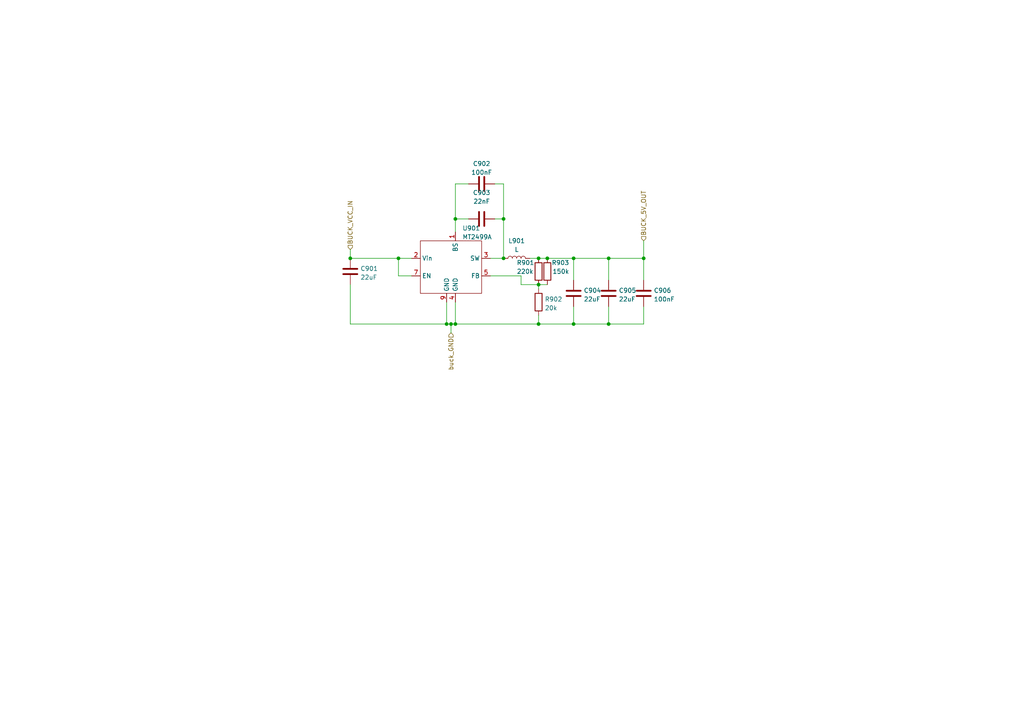
<source format=kicad_sch>
(kicad_sch (version 20230121) (generator eeschema)
  (paper "A4")
  (lib_symbols
    (symbol "Device:C" (pin_numbers hide) (pin_names (offset 0.254))
      (property "Reference" "C" (at 0.635 2.54 0))
      (property "Value" "C" (at 0.635 -2.54 0))
      (symbol "C_0_1"
        (polyline (pts (xy -2.032 -0.762) (xy 2.032 -0.762)) (stroke (width 0.508)))
        (polyline (pts (xy -2.032 0.762) (xy 2.032 0.762)) (stroke (width 0.508)))
      )
      (symbol "C_1_1"
        (pin passive line (at 0 3.81 270) (length 2.794) (name "~") (number "1"))
        (pin passive line (at 0 -3.81 90) (length 2.794) (name "~") (number "2"))
      )
    )
    (symbol "Device:L" (pin_numbers hide) (pin_names (offset 1.016) hide)
      (property "Reference" "L" (at -1.27 0 90))
      (property "Value" "L" (at 1.905 0 90))
      (symbol "L_0_1"
        (arc (start 0 -2.54) (mid 0.6323 -1.905) (end 0 -1.27))
        (arc (start 0 -1.27) (mid 0.6323 -0.635) (end 0 0))
        (arc (start 0 0) (mid 0.6323 0.635) (end 0 1.27))
        (arc (start 0 1.27) (mid 0.6323 1.905) (end 0 2.54))
      )
      (symbol "L_1_1"
        (pin passive line (at 0 3.81 270) (length 1.27) (name "1") (number "1"))
        (pin passive line (at 0 -3.81 90) (length 1.27) (name "2") (number "2"))
      )
    )
    (symbol "Device:R" (pin_numbers hide) (pin_names (offset 0))
      (property "Reference" "R" (at 2.032 0 90))
      (property "Value" "R" (at 0 0 90))
      (symbol "R_0_1"
        (rectangle (start -1.016 -2.54) (end 1.016 2.54) (stroke (width 0.254)))
      )
      (symbol "R_1_1"
        (pin passive line (at 0 3.81 270) (length 1.27) (name "~") (number "1"))
        (pin passive line (at 0 -3.81 90) (length 1.27) (name "~") (number "2"))
      )
    )
    (symbol "custom_kicad_lib_sk:MT499A"
      (property "Reference" "U1" (at 2.0194 9.999 0))
      (property "Value" "MT499A" (at 2.0194 7.4621 0))
      (symbol "MT499A_0_1"
        (rectangle (start -10.16 6.35) (end 7.62 -8.89) (stroke (width 0.1524)))
      )
      (symbol "MT499A_1_1"
        (pin input line (at 0 8.89 270) (length 2.54) (name "BS") (number "1"))
        (pin power_in line (at -12.7 1.27 0) (length 2.54) (name "Vin") (number "2"))
        (pin input line (at 10.16 1.27 180) (length 2.54) (name "SW") (number "3"))
        (pin power_in line (at 0 -11.43 90) (length 2.54) (name "GND") (number "4"))
        (pin input line (at 10.16 -3.81 180) (length 2.54) (name "FB") (number "5"))
        (pin no_connect line (at 8.89 -11.43 180) (length 2.54) hide (name "NC") (number "6"))
        (pin input line (at -12.7 -3.81 0) (length 2.54) (name "EN") (number "7"))
        (pin no_connect line (at 8.89 -13.97 180) (length 2.54) hide (name "NC") (number "8"))
        (pin input line (at -2.54 -11.43 90) (length 2.54) (name "GND") (number "9"))
      )
    )
  )
  (junction (at 101.6 74.93))
  (junction (at 176.53 93.98))
  (junction (at 176.53 74.93))
  (junction (at 166.37 74.93))
  (junction (at 115.57 74.93))
  (junction (at 158.75 74.93))
  (junction (at 156.21 82.55))
  (junction (at 156.21 74.93))
  (junction (at 129.54 93.98))
  (junction (at 156.21 93.98))
  (junction (at 130.81 93.98))
  (junction (at 146.05 74.93))
  (junction (at 146.05 63.5))
  (junction (at 166.37 93.98))
  (junction (at 132.08 63.5))
  (junction (at 186.69 74.93))
  (junction (at 132.08 93.98))
  (wire (pts (xy 115.57 74.93) (xy 119.38 74.93)))
  (wire (pts (xy 186.69 69.85) (xy 186.69 74.93)))
  (wire (pts (xy 156.21 93.98) (xy 156.21 91.44)))
  (wire (pts (xy 166.37 93.98) (xy 156.21 93.98)))
  (wire (pts (xy 158.75 74.93) (xy 166.37 74.93)))
  (wire (pts (xy 129.54 87.63) (xy 129.54 93.98)))
  (wire (pts (xy 129.54 93.98) (xy 101.6 93.98)))
  (wire (pts (xy 156.21 82.55) (xy 156.21 83.82)))
  (wire (pts (xy 130.81 93.98) (xy 132.08 93.98)))
  (wire (pts (xy 156.21 74.93) (xy 158.75 74.93)))
  (wire (pts (xy 101.6 74.93) (xy 115.57 74.93)))
  (wire (pts (xy 176.53 88.9) (xy 176.53 93.98)))
  (wire (pts (xy 166.37 74.93) (xy 176.53 74.93)))
  (wire (pts (xy 176.53 93.98) (xy 166.37 93.98)))
  (wire (pts (xy 176.53 74.93) (xy 186.69 74.93)))
  (wire (pts (xy 156.21 93.98) (xy 132.08 93.98)))
  (wire (pts (xy 151.13 80.01) (xy 151.13 82.55)))
  (wire (pts (xy 135.89 53.34) (xy 132.08 53.34)))
  (wire (pts (xy 142.24 74.93) (xy 146.05 74.93)))
  (wire (pts (xy 153.67 74.93) (xy 156.21 74.93)))
  (wire (pts (xy 146.05 63.5) (xy 146.05 53.34)))
  (wire (pts (xy 176.53 74.93) (xy 176.53 81.28)))
  (wire (pts (xy 132.08 53.34) (xy 132.08 63.5)))
  (wire (pts (xy 115.57 74.93) (xy 115.57 80.01)))
  (wire (pts (xy 146.05 53.34) (xy 143.51 53.34)))
  (wire (pts (xy 186.69 88.9) (xy 186.69 93.98)))
  (wire (pts (xy 146.05 74.93) (xy 146.05 63.5)))
  (wire (pts (xy 166.37 88.9) (xy 166.37 93.98)))
  (wire (pts (xy 101.6 93.98) (xy 101.6 82.55)))
  (wire (pts (xy 166.37 81.28) (xy 166.37 74.93)))
  (wire (pts (xy 132.08 93.98) (xy 132.08 87.63)))
  (wire (pts (xy 186.69 81.28) (xy 186.69 74.93)))
  (wire (pts (xy 132.08 63.5) (xy 135.89 63.5)))
  (wire (pts (xy 130.81 96.52) (xy 130.81 93.98)))
  (wire (pts (xy 129.54 93.98) (xy 130.81 93.98)))
  (wire (pts (xy 119.38 80.01) (xy 115.57 80.01)))
  (wire (pts (xy 156.21 82.55) (xy 158.75 82.55)))
  (wire (pts (xy 101.6 72.39) (xy 101.6 74.93)))
  (wire (pts (xy 186.69 93.98) (xy 176.53 93.98)))
  (wire (pts (xy 151.13 82.55) (xy 156.21 82.55)))
  (wire (pts (xy 132.08 63.5) (xy 132.08 67.31)))
  (wire (pts (xy 146.05 63.5) (xy 143.51 63.5)))
  (wire (pts (xy 142.24 80.01) (xy 151.13 80.01)))
  (hierarchical_label "buck_GND" (shape input) (at 130.81 96.52 270))
  (hierarchical_label "BUCK_5V_OUT" (shape input) (at 186.69 69.85 90))
  (hierarchical_label "BUCK_VCC_IN" (shape input) (at 101.6 72.39 90))
  (symbol (lib_id "Device:C") (at 139.7 63.5 90) (unit 1)
    (property "Reference" "C903" (at 139.7 55.88 90))
    (property "Value" "22nF" (at 139.7 58.42 90))
    (property "Footprint" "Capacitor_SMD:C_0402_1005Metric" (effects hide))
    (property "JLCPCB Part#" "C1532" (effects hide))
  )
  (symbol (lib_id "Device:R") (at 158.75 78.74 180) (unit 1)
    (property "Reference" "R903" (at 165.1 76.2 0) (effects (justify left)))
    (property "Value" "150k" (at 165.1 78.74 0) (effects (justify left)))
    (property "Footprint" "Resistor_SMD:R_0603_1608Metric" (effects hide))
    (property "JLCPCB Part#" "C22807" (effects hide))
  )
  (symbol (lib_id "Device:C") (at 139.7 53.34 90) (unit 1)
    (property "Reference" "C902" (at 139.7 47.4812 90))
    (property "Value" "100nF" (at 139.7 50.0181 90))
    (property "Footprint" "Capacitor_SMD:C_0402_1005Metric" (effects hide))
    (property "JLCPCB Part#" "C307331" (effects hide))
  )
  (symbol (lib_id "Device:L") (at 149.86 74.93 90) (unit 1)
    (property "Reference" "L901" (at 149.86 69.85 90))
    (property "Value" "L" (at 149.86 72.39 90))
    (property "Footprint" "Inductor_SMD:L_Bourns-SRN8040_8x8.15mm" (effects hide))
    (property "JLCPCB Part#" "C92945" (effects hide))
  )
  (symbol (lib_id "Device:C") (at 176.53 85.09 0) (unit 1)
    (property "Reference" "C905" (at 179.451 84.2553 0) (effects (justify left)))
    (property "Value" "22uF" (at 179.451 86.7922 0) (effects (justify left)))
    (property "Footprint" "Capacitor_SMD:C_0603_1608Metric" (effects hide))
    (property "JLCPCB Part#" "C45783" (effects hide))
  )
  (symbol (lib_id "Device:C") (at 101.6 78.74 0) (unit 1)
    (property "Reference" "C901" (at 104.521 77.9053 0) (effects (justify left)))
    (property "Value" "22uF" (at 104.521 80.4422 0) (effects (justify left)))
    (property "Footprint" "Capacitor_SMD:C_0603_1608Metric" (effects hide))
    (property "JLCPCB Part#" "C45783" (effects hide))
  )
  (symbol (lib_id "Device:R") (at 156.21 87.63 0) (unit 1)
    (property "Reference" "R902" (at 157.988 86.7953 0) (effects (justify left)))
    (property "Value" "20k" (at 157.988 89.3322 0) (effects (justify left)))
    (property "Footprint" "Resistor_SMD:R_0603_1608Metric" (effects hide))
    (property "JLCPCB Part#" "C4328" (effects hide))
  )
  (symbol (lib_id "custom_kicad_lib_sk:MT499A") (at 132.08 76.2 0) (unit 1)
    (property "Reference" "U901" (at 134.0994 66.201 0) (effects (justify left)))
    (property "Value" "MT2499A" (at 134.0994 68.7379 0) (effects (justify left)))
    (property "Footprint" "Package_SO:TI_SO-PowerPAD-8" (effects hide))
    (property "Datasheet" "https://datasheet.lcsc.com/lcsc/2205121200_XI-AN-Aerosemi-Tech-MT2499A_C3007555.pdf" (effects hide))
    (property "JLCPCB Part#" "C3007555" (effects hide))
  )
  (symbol (lib_id "Device:C") (at 166.37 85.09 0) (unit 1)
    (property "Reference" "C904" (at 169.291 84.2553 0) (effects (justify left)))
    (property "Value" "22uF" (at 169.291 86.7922 0) (effects (justify left)))
    (property "Footprint" "Capacitor_SMD:C_0603_1608Metric" (effects hide))
    (property "JLCPCB Part#" "C45783" (effects hide))
  )
  (symbol (lib_id "Device:R") (at 156.21 78.74 0) (unit 1)
    (property "Reference" "R901" (at 149.86 76.2 0) (effects (justify left)))
    (property "Value" "220k" (at 149.86 78.74 0) (effects (justify left)))
    (property "Footprint" "Resistor_SMD:R_0603_1608Metric" (effects hide))
    (property "JLCPCB Part#" "C22961" (effects hide))
  )
  (symbol (lib_id "Device:C") (at 186.69 85.09 0) (unit 1)
    (property "Reference" "C906" (at 189.611 84.2553 0) (effects (justify left)))
    (property "Value" "100nF" (at 189.611 86.7922 0) (effects (justify left)))
    (property "Footprint" "Capacitor_SMD:C_0402_1005Metric" (effects hide))
    (property "JLCPCB Part#" "C307331" (effects hide))
  )
)
</source>
